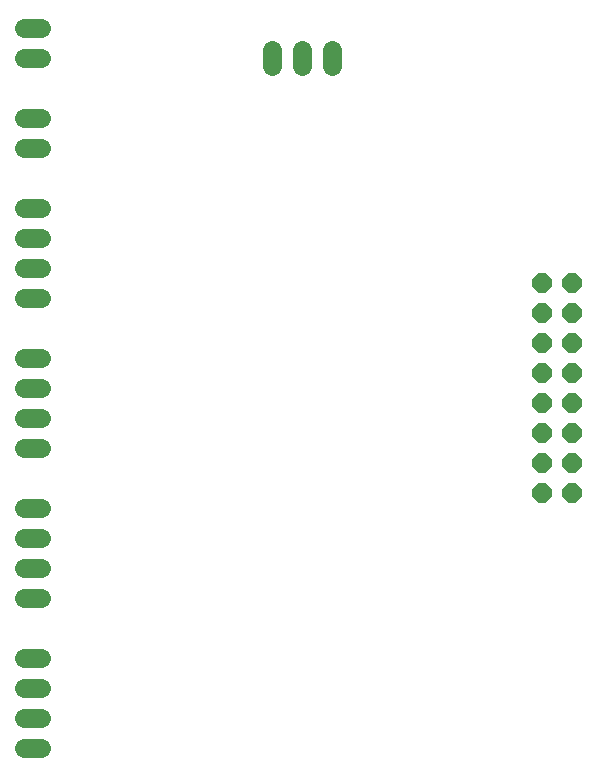
<source format=gbr>
G04 EAGLE Gerber RS-274X export*
G75*
%MOMM*%
%FSLAX34Y34*%
%LPD*%
%INSoldermask Bottom*%
%IPPOS*%
%AMOC8*
5,1,8,0,0,1.08239X$1,22.5*%
G01*
%ADD10C,1.625600*%
%ADD11P,1.759533X8X292.500000*%


D10*
X228600Y602488D02*
X228600Y616712D01*
X254000Y616712D02*
X254000Y602488D01*
X279400Y602488D02*
X279400Y616712D01*
X32512Y609600D02*
X18288Y609600D01*
X18288Y635000D02*
X32512Y635000D01*
X32512Y25400D02*
X18288Y25400D01*
X18288Y50800D02*
X32512Y50800D01*
X32512Y76200D02*
X18288Y76200D01*
X18288Y101600D02*
X32512Y101600D01*
X32512Y152400D02*
X18288Y152400D01*
X18288Y177800D02*
X32512Y177800D01*
X32512Y203200D02*
X18288Y203200D01*
X18288Y228600D02*
X32512Y228600D01*
X32512Y279400D02*
X18288Y279400D01*
X18288Y304800D02*
X32512Y304800D01*
X32512Y330200D02*
X18288Y330200D01*
X18288Y355600D02*
X32512Y355600D01*
X32512Y406400D02*
X18288Y406400D01*
X18288Y431800D02*
X32512Y431800D01*
X32512Y457200D02*
X18288Y457200D01*
X18288Y482600D02*
X32512Y482600D01*
D11*
X457200Y419100D03*
X482600Y419100D03*
X457200Y393700D03*
X482600Y393700D03*
X457200Y368300D03*
X482600Y368300D03*
X457200Y342900D03*
X482600Y342900D03*
X457200Y317500D03*
X482600Y317500D03*
X457200Y292100D03*
X482600Y292100D03*
X457200Y266700D03*
X482600Y266700D03*
X457200Y241300D03*
X482600Y241300D03*
D10*
X32512Y533400D02*
X18288Y533400D01*
X18288Y558800D02*
X32512Y558800D01*
M02*

</source>
